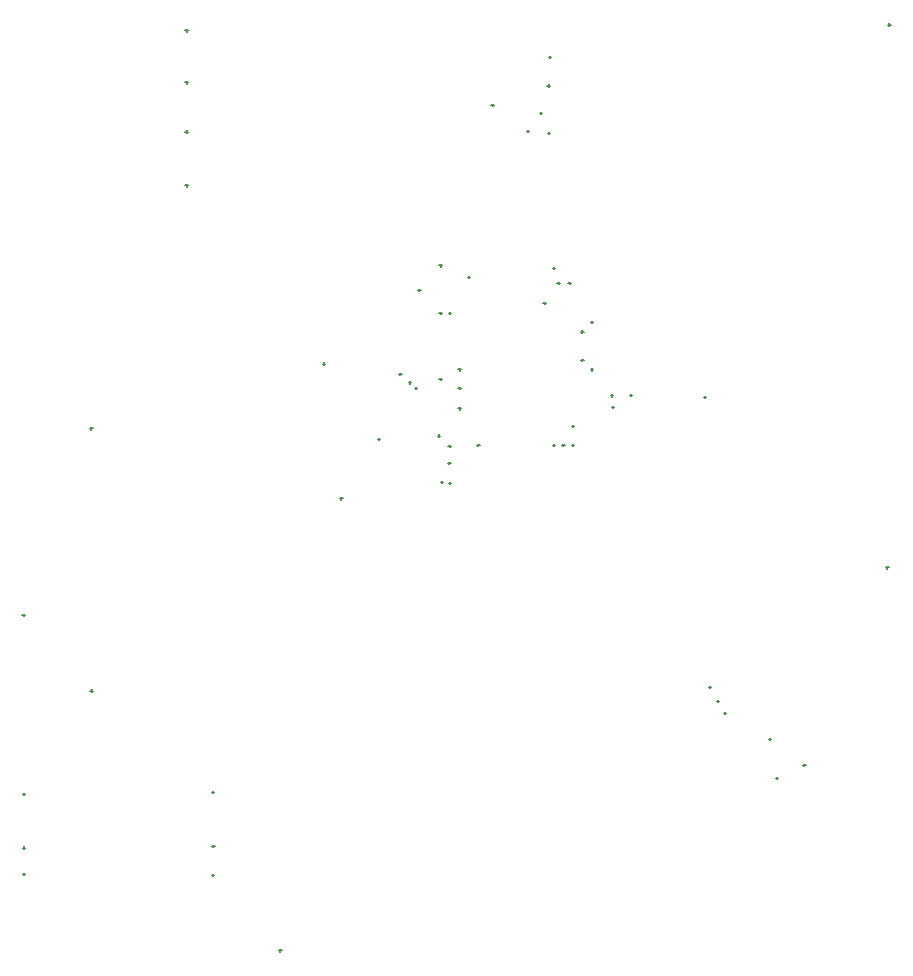
<source format=gbr>
G04*
G04 #@! TF.GenerationSoftware,Altium Limited,Altium Designer,24.2.2 (26)*
G04*
G04 Layer_Color=128*
%FSLAX44Y44*%
%MOMM*%
G71*
G04*
G04 #@! TF.SameCoordinates,D1F85D35-12B9-47B7-842E-F7ABDB1EEA32*
G04*
G04*
G04 #@! TF.FilePolarity,Positive*
G04*
G01*
G75*
%ADD13C,0.1270*%
D13*
X603000Y518000D02*
X605000D01*
X604000Y517000D02*
Y519000D01*
X354730Y74000D02*
X357270D01*
X356000Y72730D02*
Y75270D01*
X195533Y294073D02*
X198073D01*
X196803Y292803D02*
Y295343D01*
X194730Y516000D02*
X197270D01*
X196000Y514730D02*
Y517270D01*
X492145Y470481D02*
X494145D01*
X493144Y469481D02*
Y471481D01*
X499000Y470000D02*
X501000D01*
X500000Y469000D02*
Y471000D01*
X491000Y654000D02*
X493000D01*
X492000Y653000D02*
Y655000D01*
X582455Y806209D02*
X584455D01*
X583455Y805209D02*
Y807209D01*
X600150Y639000D02*
X602150D01*
X601150Y638000D02*
Y640000D01*
X587000Y652000D02*
X589000D01*
X588000Y651000D02*
Y653000D01*
X565000Y768000D02*
X567000D01*
X566000Y767000D02*
Y769000D01*
X499000Y614000D02*
X501000D01*
X500000Y613000D02*
Y615000D01*
X583000Y766000D02*
X585000D01*
X584000Y765000D02*
Y767000D01*
X515000Y644000D02*
X517000D01*
X516000Y643000D02*
Y645000D01*
X575992Y782992D02*
X577992D01*
X576992Y781992D02*
Y783992D01*
X491000Y614000D02*
X493000D01*
X492000Y613000D02*
Y615000D01*
X473000Y633000D02*
X475000D01*
X474000Y632000D02*
Y634000D01*
X535035Y790000D02*
X537035D01*
X536035Y789000D02*
Y791000D01*
X590870Y639000D02*
X592870D01*
X591870Y638000D02*
Y640000D01*
X579000Y622000D02*
X581000D01*
X580000Y621000D02*
Y623000D01*
X138216Y138622D02*
X140216D01*
X139216Y137622D02*
Y139622D01*
X138287Y161137D02*
X140287D01*
X139287Y160137D02*
Y162137D01*
X138116Y206572D02*
X140115D01*
X139115Y205572D02*
Y207572D01*
X298000Y138000D02*
X300000D01*
X299000Y137000D02*
Y139000D01*
X298653Y162515D02*
X300653D01*
X299653Y161515D02*
Y163515D01*
X298000Y208000D02*
X300000D01*
X299000Y207000D02*
Y209000D01*
X636107Y544035D02*
X638107D01*
X637107Y543035D02*
Y545035D01*
X507000Y550000D02*
X509000D01*
X508000Y549000D02*
Y551000D01*
X392000Y570980D02*
X394000D01*
X393000Y569980D02*
Y571980D01*
X407000Y456741D02*
X409000D01*
X408000Y455741D02*
Y457741D01*
X618940Y606144D02*
X620940D01*
X619940Y605144D02*
Y607144D01*
X611000Y598000D02*
X613000D01*
X612000Y597000D02*
Y599000D01*
X637000Y534000D02*
X639000D01*
X638000Y533000D02*
Y535000D01*
X652345Y544146D02*
X654345D01*
X653345Y543146D02*
Y545146D01*
X868835Y398277D02*
X871375D01*
X870105Y397007D02*
Y399547D01*
X507000Y532980D02*
X509000D01*
X508000Y531980D02*
Y533980D01*
X275705Y722074D02*
X278245D01*
X276975Y720804D02*
Y723344D01*
X275730Y767000D02*
X278270D01*
X277000Y765730D02*
Y768270D01*
X275730Y809000D02*
X278270D01*
X277000Y807730D02*
Y810270D01*
X275730Y853000D02*
X278270D01*
X277000Y851730D02*
Y854270D01*
X603000Y502000D02*
X605000D01*
X604000Y501000D02*
Y503000D01*
X595000Y502000D02*
X597000D01*
X596000Y501000D02*
Y503000D01*
X587000Y502000D02*
X589000D01*
X588000Y501000D02*
Y503000D01*
X611000Y574000D02*
X613000D01*
X612000Y573000D02*
Y575000D01*
X619000Y566000D02*
X621000D01*
X620000Y565000D02*
Y567000D01*
X871000Y858000D02*
X873000D01*
X872000Y857000D02*
Y859000D01*
X714579Y542786D02*
X716579D01*
X715579Y541786D02*
Y543786D01*
X522995Y502177D02*
X524995D01*
X523995Y501177D02*
Y503177D01*
X489650Y510000D02*
X491650D01*
X490650Y509000D02*
Y511000D01*
X439000Y507000D02*
X441000D01*
X440000Y506000D02*
Y508000D01*
X498580Y501278D02*
X500580D01*
X499580Y500278D02*
Y502278D01*
X498393Y486607D02*
X500393D01*
X499393Y485607D02*
Y487607D01*
X137972Y358293D02*
X139972D01*
X138972Y357293D02*
Y359293D01*
X507000Y566000D02*
X509000D01*
X508000Y565000D02*
Y567000D01*
X491000Y558000D02*
X493000D01*
X492000Y557000D02*
Y559000D01*
X457000Y562000D02*
X459000D01*
X458000Y561000D02*
Y563000D01*
X470000Y550000D02*
X472000D01*
X471000Y549000D02*
Y551000D01*
X465000Y555000D02*
X467000D01*
X466000Y554000D02*
Y556000D01*
X770000Y253000D02*
X772000D01*
X771000Y252000D02*
Y254000D01*
X719000Y297000D02*
X721000D01*
X720000Y296000D02*
Y298000D01*
X726000Y285000D02*
X728000D01*
X727000Y284000D02*
Y286000D01*
X732000Y275000D02*
X734000D01*
X733000Y274000D02*
Y276000D01*
X799000Y231000D02*
X801000D01*
X800000Y230000D02*
Y232000D01*
X776000Y220000D02*
X778000D01*
X777000Y219000D02*
Y221000D01*
X583354Y830638D02*
X585354D01*
X584354Y829638D02*
Y831638D01*
M02*

</source>
